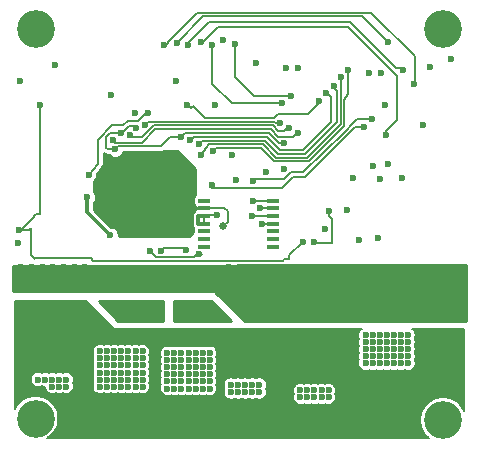
<source format=gbl>
G04 #@! TF.GenerationSoftware,KiCad,Pcbnew,(5.1.2-1)-1*
G04 #@! TF.CreationDate,2019-08-23T13:21:54-04:00*
G04 #@! TF.ProjectId,PCB_V1.2,5043425f-5631-42e3-922e-6b696361645f,rev?*
G04 #@! TF.SameCoordinates,Original*
G04 #@! TF.FileFunction,Copper,L4,Bot*
G04 #@! TF.FilePolarity,Positive*
%FSLAX46Y46*%
G04 Gerber Fmt 4.6, Leading zero omitted, Abs format (unit mm)*
G04 Created by KiCad (PCBNEW (5.1.2-1)-1) date 2019-08-23 13:21:54*
%MOMM*%
%LPD*%
G04 APERTURE LIST*
%ADD10C,0.500000*%
%ADD11R,0.990600X0.304800*%
%ADD12C,0.600000*%
%ADD13C,0.650000*%
%ADD14C,3.200000*%
%ADD15C,0.160000*%
%ADD16C,0.250000*%
%ADD17C,0.304800*%
%ADD18C,0.152400*%
%ADD19C,0.254000*%
G04 APERTURE END LIST*
D10*
X166512673Y-115778600D03*
X167219780Y-115071493D03*
X167926886Y-114364386D03*
X168633993Y-113657280D03*
X169341100Y-112950173D03*
X167219780Y-116485707D03*
X167926886Y-115778600D03*
X168633993Y-115071493D03*
X169341100Y-114364386D03*
X170048207Y-113657280D03*
X167926886Y-117192814D03*
X168633993Y-116485707D03*
X169341100Y-115778600D03*
X170048207Y-115071493D03*
X170755314Y-114364386D03*
X168633993Y-117899920D03*
X169341100Y-117192814D03*
X170048207Y-116485707D03*
X170755314Y-115778600D03*
X171462420Y-115071493D03*
X169341100Y-118607027D03*
X170048207Y-117899920D03*
X170755314Y-117192814D03*
X171462420Y-116485707D03*
X172169527Y-115778600D03*
D11*
X173782200Y-116828600D03*
X173782200Y-117478600D03*
X173782200Y-118128600D03*
X173782200Y-118778600D03*
X173782200Y-119428600D03*
X173782200Y-120078600D03*
X173782200Y-120728600D03*
X179617800Y-120728600D03*
X179617800Y-120078600D03*
X179617800Y-119428600D03*
X179617800Y-118778600D03*
X179617800Y-118128600D03*
X179617800Y-117478600D03*
X179617800Y-116828600D03*
D12*
X193126100Y-122653600D03*
X193726100Y-122653600D03*
X194326100Y-122653600D03*
D13*
X175401100Y-118938600D03*
D12*
X175401100Y-103225000D03*
X161161100Y-105338600D03*
X172431100Y-123228600D03*
X173031100Y-123228600D03*
X173631100Y-123228600D03*
X174231100Y-123228600D03*
X172431100Y-123828600D03*
X174231100Y-123828600D03*
X175871100Y-122478600D03*
X188576100Y-125303600D03*
X189176100Y-125303600D03*
X189776100Y-125303600D03*
X190376100Y-125303600D03*
X188500000Y-119975000D03*
X188041100Y-113918600D03*
X186371100Y-114878600D03*
X183961100Y-119218600D03*
X181721100Y-105578600D03*
X188771100Y-106028600D03*
X192925000Y-105500000D03*
X189061100Y-108728600D03*
X190521100Y-114898600D03*
X192321100Y-110398600D03*
X180521100Y-114128600D03*
X176461100Y-115088600D03*
X171400000Y-106650000D03*
X165901100Y-107868600D03*
X158149320Y-106683120D03*
X158033340Y-120421080D03*
X167611100Y-123828600D03*
X190976100Y-125303600D03*
X185471100Y-123978600D03*
X184571100Y-123978600D03*
X183671100Y-123978600D03*
X182771100Y-123978600D03*
X181871100Y-123978600D03*
X185471100Y-122478600D03*
X184571100Y-122478600D03*
X183671100Y-122478600D03*
X182771100Y-122478600D03*
X181871100Y-122478600D03*
X179471100Y-123978600D03*
X178571100Y-123978600D03*
X177671100Y-123978600D03*
X176771100Y-123978600D03*
X179471100Y-122478600D03*
X178571100Y-122478600D03*
X177671100Y-122478600D03*
X176771100Y-122478600D03*
X175871100Y-123978600D03*
X163701100Y-123978600D03*
X162801100Y-123978600D03*
X161901100Y-123978600D03*
X161001100Y-123978600D03*
X160101100Y-123978600D03*
X159201100Y-123978600D03*
X158301100Y-123978600D03*
X163701100Y-122478600D03*
X162801100Y-122478600D03*
X161901100Y-122478600D03*
X161001100Y-122478600D03*
X160101100Y-122478600D03*
X159201100Y-122478600D03*
X188576100Y-126503600D03*
X189176100Y-126503600D03*
X189776100Y-126503600D03*
X190376100Y-126503600D03*
X190976100Y-126503600D03*
X190976100Y-125903600D03*
X190376100Y-125903600D03*
X189776100Y-125903600D03*
X189176100Y-125903600D03*
X188576100Y-125903600D03*
X158301100Y-122478600D03*
X169411100Y-122628600D03*
X168811100Y-122628600D03*
X168211100Y-122628600D03*
X167611100Y-122628600D03*
X167611100Y-123228600D03*
X168211100Y-123228600D03*
X168811100Y-123228600D03*
X169411100Y-123228600D03*
X169411100Y-123828600D03*
X174231100Y-122628600D03*
X173631100Y-122628600D03*
X173031100Y-122628600D03*
X172431100Y-122628600D03*
X169175000Y-121050000D03*
X173350000Y-121375000D03*
X183551100Y-128978600D03*
X182951100Y-131378600D03*
X182951100Y-130778600D03*
X182951100Y-130178600D03*
X182951100Y-129578600D03*
X182951100Y-128978600D03*
X182351100Y-131378600D03*
X182351100Y-130778600D03*
X182351100Y-130178600D03*
X182351100Y-129578600D03*
X182351100Y-128978600D03*
X181751100Y-131378600D03*
X181751100Y-130778600D03*
X181751100Y-130178600D03*
X181751100Y-129578600D03*
X181751100Y-128978600D03*
X185351100Y-131378600D03*
X185351100Y-130778600D03*
X185351100Y-130178600D03*
X185351100Y-129578600D03*
X169000000Y-109400000D03*
X163991100Y-114628600D03*
X185351100Y-128978600D03*
X194286100Y-130278600D03*
X193686100Y-130278600D03*
X193086100Y-130278600D03*
X163151100Y-127478600D03*
X162551100Y-127478600D03*
X161951100Y-127478600D03*
X161351100Y-127478600D03*
X160751100Y-127478600D03*
X160151100Y-127478600D03*
X159551100Y-127478600D03*
X179811100Y-127928600D03*
X179211100Y-127928600D03*
X178611100Y-127928600D03*
X178011100Y-127928600D03*
X177411100Y-127928600D03*
X176811100Y-127928600D03*
X176211100Y-127928600D03*
X185351100Y-128378600D03*
X184751100Y-128378600D03*
X184151100Y-128378600D03*
X183551100Y-128378600D03*
X182951100Y-128378600D03*
X182351100Y-128378600D03*
X181751100Y-128378600D03*
X163881100Y-116538600D03*
X165801100Y-119738600D03*
X163151100Y-130478600D03*
X163151100Y-129878600D03*
X163151100Y-129278600D03*
X163151100Y-128678600D03*
X163151100Y-128078600D03*
X162551100Y-130478600D03*
X162551100Y-129878600D03*
X162551100Y-129278600D03*
X162551100Y-128678600D03*
X162551100Y-128078600D03*
X161951100Y-130478600D03*
X161951100Y-129878600D03*
X161951100Y-129278600D03*
X161951100Y-128678600D03*
X161951100Y-128078600D03*
X161351100Y-130478600D03*
X161351100Y-129878600D03*
X161351100Y-129278600D03*
X161351100Y-128678600D03*
X161351100Y-128078600D03*
X160751100Y-130478600D03*
X160751100Y-129878600D03*
X160751100Y-129278600D03*
X160751100Y-128678600D03*
X160751100Y-128078600D03*
X160151100Y-130478600D03*
X160151100Y-129878600D03*
X160151100Y-129278600D03*
X160151100Y-128678600D03*
X160151100Y-128078600D03*
X159551100Y-130478600D03*
X159551100Y-129878600D03*
X159551100Y-129278600D03*
X159551100Y-128678600D03*
X159551100Y-128078600D03*
X179811100Y-130928600D03*
X179811100Y-130328600D03*
X179811100Y-129728600D03*
X179811100Y-129128600D03*
X179811100Y-128528600D03*
X179211100Y-130928600D03*
X179211100Y-130328600D03*
X179211100Y-129728600D03*
X179211100Y-129128600D03*
X179211100Y-128528600D03*
X178611100Y-130928600D03*
X178611100Y-130328600D03*
X178611100Y-129728600D03*
X178611100Y-129128600D03*
X178611100Y-128528600D03*
X178011100Y-130928600D03*
X178011100Y-130328600D03*
X178011100Y-129728600D03*
X178011100Y-129128600D03*
X178011100Y-128528600D03*
X177411100Y-130928600D03*
X177411100Y-130328600D03*
X177411100Y-129728600D03*
X177411100Y-129128600D03*
X177411100Y-128528600D03*
X176811100Y-130928600D03*
X176811100Y-130328600D03*
X176811100Y-129728600D03*
X176811100Y-129128600D03*
X176811100Y-128528600D03*
X176211100Y-130928600D03*
X176211100Y-130328600D03*
X176211100Y-129728600D03*
X176211100Y-129128600D03*
X176211100Y-128528600D03*
X184751100Y-131378600D03*
X184751100Y-130778600D03*
X184751100Y-130178600D03*
X184751100Y-129578600D03*
X183551100Y-129578600D03*
X183551100Y-130178600D03*
X183551100Y-130778600D03*
X183551100Y-131378600D03*
X184151100Y-128978600D03*
X184151100Y-129578600D03*
X184151100Y-130178600D03*
X184151100Y-130778600D03*
X184151100Y-131378600D03*
X184751100Y-128978600D03*
D14*
X194000000Y-102300000D03*
X159500000Y-135278600D03*
D12*
X171821100Y-111428600D03*
X166691100Y-111128600D03*
X168041100Y-110678600D03*
X166241100Y-112478600D03*
X180531100Y-111978600D03*
X166091100Y-111728600D03*
X181721100Y-111128600D03*
X167491100Y-111278600D03*
X180971100Y-110678600D03*
X168791100Y-110378600D03*
X180221100Y-110228600D03*
X172581100Y-111708600D03*
X184121100Y-107678600D03*
X173321100Y-112028600D03*
X184721100Y-107078600D03*
X173471100Y-112938600D03*
X185321100Y-106318600D03*
X174511100Y-112608600D03*
X185921100Y-105718600D03*
X178121100Y-105178600D03*
X185850000Y-117600000D03*
X174881100Y-118058600D03*
X176141100Y-112978600D03*
X186851100Y-120128600D03*
X174650000Y-108750000D03*
X187721100Y-106028600D03*
X180711100Y-105588600D03*
X194711100Y-104823600D03*
X189371100Y-113678600D03*
X188621100Y-115028600D03*
X179021100Y-114428600D03*
X167951100Y-109418600D03*
X187321100Y-110578600D03*
X174400000Y-115500000D03*
X188021100Y-109928600D03*
X177911100Y-115148600D03*
X189836100Y-129403600D03*
X189836100Y-128803600D03*
X189836100Y-128203600D03*
X189236100Y-130603600D03*
X189236100Y-130003600D03*
X189236100Y-129403600D03*
X189236100Y-128803600D03*
X189236100Y-128203600D03*
X188636100Y-130603600D03*
X188636100Y-130003600D03*
X188636100Y-129403600D03*
X188636100Y-128803600D03*
X188636100Y-128203600D03*
X188036100Y-130603600D03*
X188036100Y-130003600D03*
X188036100Y-129403600D03*
X188036100Y-128803600D03*
X188036100Y-128203600D03*
X187436100Y-130603600D03*
X187436100Y-130003600D03*
X187436100Y-129403600D03*
X187436100Y-128803600D03*
X187436100Y-128203600D03*
X190436100Y-130603600D03*
X190436100Y-130003600D03*
X190436100Y-129403600D03*
X190436100Y-128803600D03*
X190436100Y-128203600D03*
X191036100Y-130603600D03*
X191036100Y-130003600D03*
X191036100Y-129403600D03*
X191036100Y-128803600D03*
X191036100Y-128203600D03*
X184311100Y-133478600D03*
X183711100Y-133478600D03*
X183111100Y-133478600D03*
X182511100Y-133478600D03*
X181911100Y-133478600D03*
X181911100Y-132878600D03*
X182511100Y-132878600D03*
X183111100Y-132878600D03*
X183711100Y-132878600D03*
X184311100Y-132878600D03*
X189836100Y-130603600D03*
X189836100Y-130003600D03*
X178451100Y-133028600D03*
X177851100Y-133028600D03*
X177251100Y-133028600D03*
X176651100Y-133028600D03*
X176051100Y-133028600D03*
X178451100Y-132428600D03*
X177851100Y-132428600D03*
X177251100Y-132428600D03*
X176651100Y-132428600D03*
X176051100Y-132428600D03*
X174251100Y-132728600D03*
X173651100Y-132728600D03*
X173051100Y-132728600D03*
X172451100Y-132728600D03*
X171851100Y-132728600D03*
X171251100Y-132728600D03*
X170651100Y-132728600D03*
X174251100Y-129728600D03*
X174251100Y-130328600D03*
X174251100Y-130928600D03*
X174251100Y-131528600D03*
X174251100Y-132128600D03*
X173651100Y-129728600D03*
X173651100Y-130328600D03*
X173651100Y-130928600D03*
X173651100Y-131528600D03*
X173651100Y-132128600D03*
X173051100Y-129728600D03*
X173051100Y-130328600D03*
X173051100Y-130928600D03*
X173051100Y-131528600D03*
X173051100Y-132128600D03*
X172451100Y-129728600D03*
X172451100Y-130328600D03*
X172451100Y-130928600D03*
X172451100Y-131528600D03*
X172451100Y-132128600D03*
X171851100Y-129728600D03*
X171851100Y-130328600D03*
X171851100Y-130928600D03*
X171851100Y-131528600D03*
X171851100Y-132128600D03*
X171251100Y-129728600D03*
X171251100Y-130328600D03*
X171251100Y-130928600D03*
X171251100Y-131528600D03*
X171251100Y-132128600D03*
X170651100Y-129728600D03*
X170651100Y-130328600D03*
X170651100Y-130928600D03*
X170651100Y-131528600D03*
X170651100Y-132128600D03*
X172151100Y-126278600D03*
X172751100Y-126278600D03*
X173351100Y-126278600D03*
X173951100Y-126278600D03*
X174551100Y-126278600D03*
X174551100Y-126878600D03*
X173951100Y-126878600D03*
X173351100Y-126878600D03*
X172751100Y-126878600D03*
X172151100Y-126878600D03*
X172221100Y-120958600D03*
X170125000Y-121050000D03*
X167051100Y-126278600D03*
X167651100Y-126278600D03*
X168251100Y-126278600D03*
X168851100Y-126278600D03*
X169451100Y-126278600D03*
X169451100Y-126878600D03*
X168851100Y-126878600D03*
X168251100Y-126878600D03*
X167651100Y-126878600D03*
X167051100Y-126878600D03*
X160901100Y-132568600D03*
X161501100Y-132568600D03*
X162101100Y-132568600D03*
X162101100Y-131968600D03*
X161501100Y-131968600D03*
X160901100Y-131968600D03*
X160301100Y-131968600D03*
X159701100Y-131968600D03*
X168561100Y-132578600D03*
X167961100Y-132578600D03*
X167361100Y-132578600D03*
X166761100Y-132578600D03*
X166161100Y-132578600D03*
X165561100Y-132578600D03*
X164961100Y-132578600D03*
X167961100Y-129578600D03*
X167961100Y-130178600D03*
X167961100Y-130778600D03*
X167961100Y-131378600D03*
X167961100Y-131978600D03*
X167361100Y-129578600D03*
X167361100Y-130178600D03*
X167361100Y-130778600D03*
X167361100Y-131378600D03*
X167361100Y-131978600D03*
X166761100Y-129578600D03*
X166761100Y-130178600D03*
X166761100Y-130778600D03*
X166761100Y-131378600D03*
X166761100Y-131978600D03*
X166161100Y-129578600D03*
X166161100Y-130178600D03*
X166161100Y-130778600D03*
X166161100Y-131378600D03*
X166161100Y-131978600D03*
X165561100Y-129578600D03*
X165561100Y-130178600D03*
X165561100Y-130778600D03*
X165561100Y-131378600D03*
X165561100Y-131978600D03*
X164961100Y-129578600D03*
X164961100Y-130178600D03*
X164961100Y-130778600D03*
X164961100Y-131378600D03*
X164961100Y-131978600D03*
X168561100Y-129578600D03*
X168561100Y-130178600D03*
X168561100Y-130778600D03*
X168561100Y-131378600D03*
X168561100Y-131978600D03*
X158132600Y-119280320D03*
X159881100Y-108698600D03*
X182100000Y-120300000D03*
X183060000Y-120300000D03*
X184361100Y-117658600D03*
X176350000Y-103600000D03*
X181121100Y-107978600D03*
X178475000Y-117425000D03*
X178675000Y-118775000D03*
X177891100Y-116838600D03*
X177825000Y-118125000D03*
X180351100Y-108578600D03*
X174400000Y-103650000D03*
X189321100Y-103418600D03*
X171431100Y-103468600D03*
X190571100Y-105728600D03*
X172400000Y-103650000D03*
X173481100Y-103375000D03*
X189161100Y-111258600D03*
D14*
X194000000Y-135400000D03*
D12*
X170400000Y-103650000D03*
X191560000Y-106945000D03*
X172350000Y-108700000D03*
X183511100Y-108408600D03*
D14*
X159500000Y-102300000D03*
D15*
X165851100Y-122378600D02*
X165551100Y-122828600D01*
D16*
X170941100Y-117478600D02*
X170891100Y-117428600D01*
X173283300Y-117478600D02*
X170941100Y-117478600D01*
D15*
X175750000Y-118589700D02*
X175401100Y-118938600D01*
X173782200Y-117478600D02*
X174437500Y-117478600D01*
X175750000Y-117725000D02*
X175750000Y-118589700D01*
X174437500Y-117478600D02*
X174491100Y-117425000D01*
X175450000Y-117425000D02*
X175750000Y-117725000D01*
X174491100Y-117425000D02*
X175450000Y-117425000D01*
X169719991Y-121594991D02*
X169474999Y-121349999D01*
X169474999Y-121349999D02*
X169175000Y-121050000D01*
X172930745Y-121594991D02*
X169719991Y-121594991D01*
X173150736Y-121375000D02*
X172930745Y-121594991D01*
X173575000Y-121375000D02*
X173150736Y-121375000D01*
X164741100Y-111678600D02*
X164741100Y-113678600D01*
X164741100Y-113678600D02*
X163991100Y-114628600D01*
X168941100Y-109328600D02*
X168191100Y-110078600D01*
X168191100Y-110078600D02*
X167291100Y-110078600D01*
X167291100Y-110078600D02*
X166911100Y-110458600D01*
X166911100Y-110458600D02*
X165961100Y-110458600D01*
X165961100Y-110458600D02*
X164741100Y-111678600D01*
D17*
X163881100Y-116538600D02*
X163881100Y-117818600D01*
X163881100Y-117818600D02*
X165801100Y-119738600D01*
D15*
X168041100Y-110678600D02*
X167891100Y-110528600D01*
X167891100Y-110528600D02*
X167441100Y-110528600D01*
X167441100Y-110528600D02*
X166841100Y-111128600D01*
X166841100Y-111128600D02*
X166691100Y-111128600D01*
X165491100Y-112328600D02*
X165641100Y-112478600D01*
X165641100Y-112478600D02*
X166241100Y-112478600D01*
X171821100Y-111428600D02*
X172151100Y-111098600D01*
X172151100Y-111098600D02*
X179241100Y-111098600D01*
X179241100Y-111098600D02*
X180121100Y-111978600D01*
X180121100Y-111978600D02*
X180531100Y-111978600D01*
X166691100Y-111128600D02*
X166661100Y-111098600D01*
X166661100Y-111098600D02*
X165801100Y-111098600D01*
X165801100Y-111098600D02*
X165491100Y-111408600D01*
X165491100Y-111408600D02*
X165491100Y-112328600D01*
X166241100Y-112478600D02*
X166501100Y-112218600D01*
X166501100Y-112218600D02*
X170121100Y-112218600D01*
X170121100Y-112218600D02*
X170911100Y-111428600D01*
X170911100Y-111428600D02*
X171821100Y-111428600D01*
X166091100Y-111728600D02*
X166261100Y-111898600D01*
X166261100Y-111898600D02*
X168521100Y-111898600D01*
X168521100Y-111898600D02*
X169641100Y-110778600D01*
X169641100Y-110778600D02*
X179401100Y-110778600D01*
X179401100Y-110778600D02*
X180041100Y-111418600D01*
X180041100Y-111418600D02*
X181321100Y-111418600D01*
X181321100Y-111418600D02*
X181611100Y-111128600D01*
X181611100Y-111128600D02*
X181721100Y-111128600D01*
X167491100Y-111278600D02*
X167581100Y-111418600D01*
X167581100Y-111418600D02*
X168521100Y-111418600D01*
X168521100Y-111418600D02*
X169481100Y-110458600D01*
X169481100Y-110458600D02*
X179561100Y-110458600D01*
X179561100Y-110458600D02*
X180041100Y-110938600D01*
X180041100Y-110938600D02*
X180521100Y-110938600D01*
X180521100Y-110938600D02*
X180781100Y-110678600D01*
X180781100Y-110678600D02*
X180971100Y-110678600D01*
X168791100Y-110378600D02*
X169031100Y-110138600D01*
X169031100Y-110138600D02*
X179721100Y-110138600D01*
X179721100Y-110138600D02*
X179811100Y-110228600D01*
X179811100Y-110228600D02*
X180221100Y-110228600D01*
X172581100Y-111708600D02*
X172871100Y-111418600D01*
X172871100Y-111418600D02*
X179081100Y-111418600D01*
X179081100Y-111418600D02*
X180201100Y-112538600D01*
X180201100Y-112538600D02*
X182121100Y-112538600D01*
X182121100Y-112538600D02*
X184521100Y-110138600D01*
X184521100Y-110138600D02*
X184521100Y-108058600D01*
X184521100Y-108058600D02*
X184141100Y-107678600D01*
X184141100Y-107678600D02*
X184121100Y-107678600D01*
X173321100Y-112028600D02*
X173611100Y-111738600D01*
X173611100Y-111738600D02*
X178921100Y-111738600D01*
X178921100Y-111738600D02*
X180041100Y-112858600D01*
X180041100Y-112858600D02*
X182281100Y-112858600D01*
X182281100Y-112858600D02*
X185001100Y-110138600D01*
X185001100Y-110138600D02*
X185001100Y-107578600D01*
X185001100Y-107578600D02*
X184721100Y-107298600D01*
X184721100Y-107298600D02*
X184721100Y-107078600D01*
X185321100Y-106318600D02*
X185321100Y-110298600D01*
X185321100Y-110298600D02*
X182441100Y-113178600D01*
X182441100Y-113178600D02*
X179881100Y-113178600D01*
X179881100Y-113178600D02*
X178761100Y-112058600D01*
X178761100Y-112058600D02*
X174191100Y-112058600D01*
X174191100Y-112058600D02*
X173471100Y-112938600D01*
X185641100Y-110508600D02*
X185641100Y-108258600D01*
X185641100Y-108258600D02*
X185921100Y-107828600D01*
X185921100Y-107828600D02*
X185921100Y-105718600D01*
X174741100Y-112378600D02*
X178601100Y-112378600D01*
X178601100Y-112378600D02*
X179721100Y-113498600D01*
X179721100Y-113498600D02*
X182651100Y-113498600D01*
X182651100Y-113498600D02*
X185641100Y-110508600D01*
X174741100Y-112378600D02*
X174511100Y-112608600D01*
D18*
X174881100Y-118058600D02*
X173353300Y-118058600D01*
X173353300Y-118058600D02*
X173283300Y-118128600D01*
D17*
X173283300Y-118128600D02*
X173283300Y-118778600D01*
D15*
X173782200Y-118778600D02*
X173782200Y-118128600D01*
X180361100Y-115738600D02*
X181321100Y-114778600D01*
X181321100Y-114778600D02*
X182321100Y-114778600D01*
X182321100Y-114778600D02*
X186521100Y-110578600D01*
X186521100Y-110578600D02*
X187321100Y-110578600D01*
X174638600Y-115738600D02*
X174400000Y-115500000D01*
X180361100Y-115738600D02*
X174638600Y-115738600D01*
X174638600Y-115738600D02*
X174441100Y-115738600D01*
X180521100Y-115028600D02*
X181081100Y-114428600D01*
X181081100Y-114428600D02*
X182171100Y-114428600D01*
X182171100Y-114428600D02*
X185671100Y-110978600D01*
X185671100Y-110978600D02*
X186371100Y-110228600D01*
X186371100Y-110228600D02*
X186671100Y-109928600D01*
X186671100Y-109928600D02*
X188021100Y-109928600D01*
X180521100Y-115028600D02*
X178031100Y-115028600D01*
X178031100Y-115028600D02*
X177911100Y-115148600D01*
X170321100Y-120858600D02*
X172121100Y-120858600D01*
X172121100Y-120858600D02*
X172221100Y-120958600D01*
X170321100Y-120858600D02*
X169981100Y-121198600D01*
X159881100Y-108698600D02*
X159881100Y-117978600D01*
X159545820Y-117978600D02*
X159388340Y-118136080D01*
X159881100Y-117978600D02*
X159545820Y-117978600D01*
X159388340Y-118174580D02*
X158357600Y-119205320D01*
X159388340Y-118136080D02*
X159388340Y-118174580D01*
X159075000Y-121450000D02*
X159075000Y-119150000D01*
X159075000Y-119150000D02*
X158944680Y-119280320D01*
X159425000Y-121800000D02*
X159075000Y-121450000D01*
X158944680Y-119280320D02*
X158132600Y-119280320D01*
X180937998Y-121462002D02*
X180937998Y-121800000D01*
X182100000Y-120300000D02*
X180937998Y-121462002D01*
X180937998Y-121800000D02*
X180550000Y-121800000D01*
X180442599Y-121907401D02*
X164382401Y-121907401D01*
X180550000Y-121800000D02*
X180442599Y-121907401D01*
X164382401Y-121907401D02*
X164175000Y-121700000D01*
X159325000Y-121700000D02*
X159075000Y-121450000D01*
X164175000Y-121700000D02*
X159325000Y-121700000D01*
X183100000Y-120375000D02*
X184625000Y-120375000D01*
X184361100Y-118082864D02*
X184361100Y-117658600D01*
X184625000Y-118346764D02*
X184361100Y-118082864D01*
X184625000Y-120375000D02*
X184625000Y-118346764D01*
X176350000Y-106326560D02*
X176350000Y-103600000D01*
X178002040Y-107978600D02*
X176350000Y-106326560D01*
X181121100Y-107978600D02*
X178002040Y-107978600D01*
X178528600Y-117478600D02*
X178475000Y-117425000D01*
X179617800Y-117478600D02*
X178528600Y-117478600D01*
X179614200Y-118775000D02*
X179617800Y-118778600D01*
X178675000Y-118775000D02*
X179614200Y-118775000D01*
X177901100Y-116828600D02*
X177891100Y-116838600D01*
X179617800Y-116828600D02*
X177901100Y-116828600D01*
X177828600Y-118128600D02*
X177825000Y-118125000D01*
X179617800Y-118128600D02*
X177828600Y-118128600D01*
X174440880Y-106906640D02*
X174440880Y-103873880D01*
X176112840Y-108578600D02*
X174440880Y-106906640D01*
X180351100Y-108578600D02*
X176112840Y-108578600D01*
X187131100Y-101228600D02*
X173671100Y-101228600D01*
X173671100Y-101228600D02*
X171431100Y-103468600D01*
X187131100Y-101228600D02*
X189321100Y-103418600D01*
X190011100Y-105578600D02*
X190421100Y-105578600D01*
X190421100Y-105578600D02*
X190571100Y-105728600D01*
X186091100Y-101658600D02*
X174221100Y-101658600D01*
X174221100Y-101658600D02*
X172371100Y-103508600D01*
X186091100Y-101658600D02*
X190011100Y-105578600D01*
X172382864Y-103508600D02*
X172371100Y-103508600D01*
X172425000Y-103550736D02*
X172382864Y-103508600D01*
X189161100Y-111258600D02*
X189161100Y-110938600D01*
X189161100Y-110938600D02*
X190121100Y-109978600D01*
X190121100Y-109978600D02*
X190121100Y-106298600D01*
X190121100Y-106298600D02*
X185961100Y-102138600D01*
X185961100Y-102138600D02*
X174921100Y-102138600D01*
X174921100Y-102138600D02*
X173481100Y-103578600D01*
X170724999Y-103500001D02*
X170724999Y-103380001D01*
X170425000Y-103800000D02*
X170724999Y-103500001D01*
X173188810Y-100916190D02*
X173198810Y-100916190D01*
X170724999Y-103380001D02*
X173188810Y-100916190D01*
X173198810Y-100916190D02*
X187911190Y-100916190D01*
X187911190Y-100916190D02*
X191580000Y-104585000D01*
X191580000Y-104585000D02*
X191580000Y-106915000D01*
X191580000Y-106915000D02*
X191580000Y-105949546D01*
X179721100Y-109818600D02*
X180041100Y-109498600D01*
X180041100Y-109498600D02*
X182601100Y-109498600D01*
X182601100Y-109498600D02*
X183511100Y-108588600D01*
X183511100Y-108588600D02*
X183511100Y-108408600D01*
X179721100Y-109818600D02*
X173851100Y-109818600D01*
X173851100Y-109818600D02*
X172861100Y-108828600D01*
X172649999Y-108999999D02*
X172350000Y-108700000D01*
X172689701Y-108999999D02*
X172649999Y-108999999D01*
X172861100Y-108828600D02*
X172689701Y-108999999D01*
D19*
G36*
X195972583Y-127048024D02*
G01*
X177233550Y-127051590D01*
X174710727Y-124538622D01*
X174691451Y-124522865D01*
X174669471Y-124511172D01*
X174645633Y-124503992D01*
X174621100Y-124501600D01*
X157578100Y-124501600D01*
X157578100Y-122355424D01*
X195972583Y-122302177D01*
X195972583Y-127048024D01*
X195972583Y-127048024D01*
G37*
X195972583Y-127048024D02*
X177233550Y-127051590D01*
X174710727Y-124538622D01*
X174691451Y-124522865D01*
X174669471Y-124511172D01*
X174645633Y-124503992D01*
X174621100Y-124501600D01*
X157578100Y-124501600D01*
X157578100Y-122355424D01*
X195972583Y-122302177D01*
X195972583Y-127048024D01*
G36*
X173014100Y-114181206D02*
G01*
X173014100Y-116341486D01*
X172980094Y-116369394D01*
X172926134Y-116435144D01*
X172886039Y-116510158D01*
X172861348Y-116591552D01*
X172853011Y-116676200D01*
X172853011Y-116981000D01*
X172861348Y-117065648D01*
X172886039Y-117147042D01*
X172926134Y-117222056D01*
X172980094Y-117287806D01*
X173014100Y-117315714D01*
X173014100Y-117610074D01*
X172957166Y-117640506D01*
X172868210Y-117713510D01*
X172795206Y-117802467D01*
X172740959Y-117903956D01*
X172707554Y-118014078D01*
X172699100Y-118099909D01*
X172699100Y-118807292D01*
X172707554Y-118893123D01*
X172740959Y-119003245D01*
X172795207Y-119104734D01*
X172862727Y-119187007D01*
X172861348Y-119191552D01*
X172853011Y-119276200D01*
X172853011Y-119487083D01*
X172488494Y-119851600D01*
X166524760Y-119851600D01*
X166532900Y-119810676D01*
X166532900Y-119666524D01*
X166504777Y-119525142D01*
X166449613Y-119391963D01*
X166369526Y-119272105D01*
X166267595Y-119170174D01*
X166147737Y-119090087D01*
X166014558Y-119034923D01*
X165901023Y-119012339D01*
X164465300Y-117576617D01*
X164465300Y-116981488D01*
X164529613Y-116885237D01*
X164584777Y-116752058D01*
X164612900Y-116610676D01*
X164612900Y-116466524D01*
X164584777Y-116325142D01*
X164529613Y-116191963D01*
X164449526Y-116072105D01*
X164418100Y-116040679D01*
X164418100Y-115223416D01*
X164457595Y-115197026D01*
X164559526Y-115095095D01*
X164639613Y-114975237D01*
X164694777Y-114842058D01*
X164722900Y-114700676D01*
X164722900Y-114556524D01*
X164718306Y-114533429D01*
X165139810Y-113999525D01*
X165168705Y-113964316D01*
X165182904Y-113937751D01*
X165199159Y-113912398D01*
X165206609Y-113893404D01*
X165216229Y-113875405D01*
X165224974Y-113846577D01*
X165235969Y-113818542D01*
X165239570Y-113798459D01*
X165245494Y-113778930D01*
X165248446Y-113748956D01*
X165253762Y-113719310D01*
X165252900Y-113673795D01*
X165252900Y-112814194D01*
X165261425Y-112822719D01*
X165277452Y-112842248D01*
X165355384Y-112906205D01*
X165444295Y-112953729D01*
X165492532Y-112968361D01*
X165540769Y-112982994D01*
X165551114Y-112984013D01*
X165615962Y-112990400D01*
X165615968Y-112990400D01*
X165641099Y-112992875D01*
X165666230Y-112990400D01*
X165717979Y-112990400D01*
X165774605Y-113047026D01*
X165894463Y-113127113D01*
X166027642Y-113182277D01*
X166169024Y-113210400D01*
X166313176Y-113210400D01*
X166454558Y-113182277D01*
X166587737Y-113127113D01*
X166707595Y-113047026D01*
X166809526Y-112945095D01*
X166889613Y-112825237D01*
X166928895Y-112730400D01*
X170095969Y-112730400D01*
X170121100Y-112732875D01*
X170146231Y-112730400D01*
X170146238Y-112730400D01*
X170221430Y-112722994D01*
X170317905Y-112693729D01*
X170406816Y-112646205D01*
X170456293Y-112605600D01*
X171438494Y-112605600D01*
X173014100Y-114181206D01*
X173014100Y-114181206D01*
G37*
X173014100Y-114181206D02*
X173014100Y-116341486D01*
X172980094Y-116369394D01*
X172926134Y-116435144D01*
X172886039Y-116510158D01*
X172861348Y-116591552D01*
X172853011Y-116676200D01*
X172853011Y-116981000D01*
X172861348Y-117065648D01*
X172886039Y-117147042D01*
X172926134Y-117222056D01*
X172980094Y-117287806D01*
X173014100Y-117315714D01*
X173014100Y-117610074D01*
X172957166Y-117640506D01*
X172868210Y-117713510D01*
X172795206Y-117802467D01*
X172740959Y-117903956D01*
X172707554Y-118014078D01*
X172699100Y-118099909D01*
X172699100Y-118807292D01*
X172707554Y-118893123D01*
X172740959Y-119003245D01*
X172795207Y-119104734D01*
X172862727Y-119187007D01*
X172861348Y-119191552D01*
X172853011Y-119276200D01*
X172853011Y-119487083D01*
X172488494Y-119851600D01*
X166524760Y-119851600D01*
X166532900Y-119810676D01*
X166532900Y-119666524D01*
X166504777Y-119525142D01*
X166449613Y-119391963D01*
X166369526Y-119272105D01*
X166267595Y-119170174D01*
X166147737Y-119090087D01*
X166014558Y-119034923D01*
X165901023Y-119012339D01*
X164465300Y-117576617D01*
X164465300Y-116981488D01*
X164529613Y-116885237D01*
X164584777Y-116752058D01*
X164612900Y-116610676D01*
X164612900Y-116466524D01*
X164584777Y-116325142D01*
X164529613Y-116191963D01*
X164449526Y-116072105D01*
X164418100Y-116040679D01*
X164418100Y-115223416D01*
X164457595Y-115197026D01*
X164559526Y-115095095D01*
X164639613Y-114975237D01*
X164694777Y-114842058D01*
X164722900Y-114700676D01*
X164722900Y-114556524D01*
X164718306Y-114533429D01*
X165139810Y-113999525D01*
X165168705Y-113964316D01*
X165182904Y-113937751D01*
X165199159Y-113912398D01*
X165206609Y-113893404D01*
X165216229Y-113875405D01*
X165224974Y-113846577D01*
X165235969Y-113818542D01*
X165239570Y-113798459D01*
X165245494Y-113778930D01*
X165248446Y-113748956D01*
X165253762Y-113719310D01*
X165252900Y-113673795D01*
X165252900Y-112814194D01*
X165261425Y-112822719D01*
X165277452Y-112842248D01*
X165355384Y-112906205D01*
X165444295Y-112953729D01*
X165492532Y-112968361D01*
X165540769Y-112982994D01*
X165551114Y-112984013D01*
X165615962Y-112990400D01*
X165615968Y-112990400D01*
X165641099Y-112992875D01*
X165666230Y-112990400D01*
X165717979Y-112990400D01*
X165774605Y-113047026D01*
X165894463Y-113127113D01*
X166027642Y-113182277D01*
X166169024Y-113210400D01*
X166313176Y-113210400D01*
X166454558Y-113182277D01*
X166587737Y-113127113D01*
X166707595Y-113047026D01*
X166809526Y-112945095D01*
X166889613Y-112825237D01*
X166928895Y-112730400D01*
X170095969Y-112730400D01*
X170121100Y-112732875D01*
X170146231Y-112730400D01*
X170146238Y-112730400D01*
X170221430Y-112722994D01*
X170317905Y-112693729D01*
X170406816Y-112646205D01*
X170456293Y-112605600D01*
X171438494Y-112605600D01*
X173014100Y-114181206D01*
D15*
G36*
X166165130Y-127685761D02*
G01*
X166177357Y-127695582D01*
X166191265Y-127702829D01*
X166206320Y-127707223D01*
X166221244Y-127708600D01*
X187091782Y-127671160D01*
X187031948Y-127711140D01*
X186943640Y-127799448D01*
X186874256Y-127903288D01*
X186826464Y-128018669D01*
X186802100Y-128141156D01*
X186802100Y-128266044D01*
X186826464Y-128388531D01*
X186874127Y-128503600D01*
X186826464Y-128618669D01*
X186802100Y-128741156D01*
X186802100Y-128866044D01*
X186826464Y-128988531D01*
X186874127Y-129103600D01*
X186826464Y-129218669D01*
X186802100Y-129341156D01*
X186802100Y-129466044D01*
X186826464Y-129588531D01*
X186874127Y-129703600D01*
X186826464Y-129818669D01*
X186802100Y-129941156D01*
X186802100Y-130066044D01*
X186826464Y-130188531D01*
X186874127Y-130303600D01*
X186826464Y-130418669D01*
X186802100Y-130541156D01*
X186802100Y-130666044D01*
X186826464Y-130788531D01*
X186874256Y-130903912D01*
X186943640Y-131007752D01*
X187031948Y-131096060D01*
X187135788Y-131165444D01*
X187251169Y-131213236D01*
X187373656Y-131237600D01*
X187498544Y-131237600D01*
X187621031Y-131213236D01*
X187736100Y-131165573D01*
X187851169Y-131213236D01*
X187973656Y-131237600D01*
X188098544Y-131237600D01*
X188221031Y-131213236D01*
X188336100Y-131165573D01*
X188451169Y-131213236D01*
X188573656Y-131237600D01*
X188698544Y-131237600D01*
X188821031Y-131213236D01*
X188936100Y-131165573D01*
X189051169Y-131213236D01*
X189173656Y-131237600D01*
X189298544Y-131237600D01*
X189421031Y-131213236D01*
X189536100Y-131165573D01*
X189651169Y-131213236D01*
X189773656Y-131237600D01*
X189898544Y-131237600D01*
X190021031Y-131213236D01*
X190136100Y-131165573D01*
X190251169Y-131213236D01*
X190373656Y-131237600D01*
X190498544Y-131237600D01*
X190621031Y-131213236D01*
X190736100Y-131165573D01*
X190851169Y-131213236D01*
X190973656Y-131237600D01*
X191098544Y-131237600D01*
X191221031Y-131213236D01*
X191336412Y-131165444D01*
X191440252Y-131096060D01*
X191528560Y-131007752D01*
X191597944Y-130903912D01*
X191645736Y-130788531D01*
X191670100Y-130666044D01*
X191670100Y-130541156D01*
X191645736Y-130418669D01*
X191598073Y-130303600D01*
X191645736Y-130188531D01*
X191670100Y-130066044D01*
X191670100Y-129941156D01*
X191645736Y-129818669D01*
X191598073Y-129703600D01*
X191645736Y-129588531D01*
X191670100Y-129466044D01*
X191670100Y-129341156D01*
X191645736Y-129218669D01*
X191598073Y-129103600D01*
X191645736Y-128988531D01*
X191670100Y-128866044D01*
X191670100Y-128741156D01*
X191645736Y-128618669D01*
X191598073Y-128503600D01*
X191645736Y-128388531D01*
X191670100Y-128266044D01*
X191670100Y-128141156D01*
X191645736Y-128018669D01*
X191597944Y-127903288D01*
X191528560Y-127799448D01*
X191440252Y-127711140D01*
X191368935Y-127663488D01*
X195765584Y-127655600D01*
X195765584Y-134608710D01*
X195713889Y-134483907D01*
X195502236Y-134167147D01*
X195232853Y-133897764D01*
X194916093Y-133686111D01*
X194564127Y-133540322D01*
X194190482Y-133466000D01*
X193809518Y-133466000D01*
X193435873Y-133540322D01*
X193083907Y-133686111D01*
X192767147Y-133897764D01*
X192497764Y-134167147D01*
X192286111Y-134483907D01*
X192140322Y-134835873D01*
X192066000Y-135209518D01*
X192066000Y-135590482D01*
X192140322Y-135964127D01*
X192286111Y-136316093D01*
X192497764Y-136632853D01*
X192764525Y-136899614D01*
X160488272Y-136944261D01*
X160732853Y-136780836D01*
X161002236Y-136511453D01*
X161213889Y-136194693D01*
X161359678Y-135842727D01*
X161434000Y-135469082D01*
X161434000Y-135088118D01*
X161359678Y-134714473D01*
X161213889Y-134362507D01*
X161002236Y-134045747D01*
X160732853Y-133776364D01*
X160416093Y-133564711D01*
X160064127Y-133418922D01*
X159690482Y-133344600D01*
X159309518Y-133344600D01*
X158935873Y-133418922D01*
X158583907Y-133564711D01*
X158267147Y-133776364D01*
X157997764Y-134045747D01*
X157786111Y-134362507D01*
X157754461Y-134438917D01*
X157754461Y-131906156D01*
X159067100Y-131906156D01*
X159067100Y-132031044D01*
X159091464Y-132153531D01*
X159139256Y-132268912D01*
X159208640Y-132372752D01*
X159296948Y-132461060D01*
X159400788Y-132530444D01*
X159516169Y-132578236D01*
X159638656Y-132602600D01*
X159763544Y-132602600D01*
X159886031Y-132578236D01*
X160001100Y-132530573D01*
X160116169Y-132578236D01*
X160238656Y-132602600D01*
X160267100Y-132602600D01*
X160267100Y-132631044D01*
X160291464Y-132753531D01*
X160339256Y-132868912D01*
X160408640Y-132972752D01*
X160496948Y-133061060D01*
X160600788Y-133130444D01*
X160716169Y-133178236D01*
X160838656Y-133202600D01*
X160963544Y-133202600D01*
X161086031Y-133178236D01*
X161201100Y-133130573D01*
X161316169Y-133178236D01*
X161438656Y-133202600D01*
X161563544Y-133202600D01*
X161686031Y-133178236D01*
X161801100Y-133130573D01*
X161916169Y-133178236D01*
X162038656Y-133202600D01*
X162163544Y-133202600D01*
X162286031Y-133178236D01*
X162401412Y-133130444D01*
X162505252Y-133061060D01*
X162593560Y-132972752D01*
X162662944Y-132868912D01*
X162710736Y-132753531D01*
X162735100Y-132631044D01*
X162735100Y-132506156D01*
X162710736Y-132383669D01*
X162663073Y-132268600D01*
X162710736Y-132153531D01*
X162735100Y-132031044D01*
X162735100Y-131906156D01*
X162710736Y-131783669D01*
X162662944Y-131668288D01*
X162593560Y-131564448D01*
X162505252Y-131476140D01*
X162401412Y-131406756D01*
X162286031Y-131358964D01*
X162163544Y-131334600D01*
X162038656Y-131334600D01*
X161916169Y-131358964D01*
X161801100Y-131406627D01*
X161686031Y-131358964D01*
X161563544Y-131334600D01*
X161438656Y-131334600D01*
X161316169Y-131358964D01*
X161201100Y-131406627D01*
X161086031Y-131358964D01*
X160963544Y-131334600D01*
X160838656Y-131334600D01*
X160716169Y-131358964D01*
X160601100Y-131406627D01*
X160486031Y-131358964D01*
X160363544Y-131334600D01*
X160238656Y-131334600D01*
X160116169Y-131358964D01*
X160001100Y-131406627D01*
X159886031Y-131358964D01*
X159763544Y-131334600D01*
X159638656Y-131334600D01*
X159516169Y-131358964D01*
X159400788Y-131406756D01*
X159296948Y-131476140D01*
X159208640Y-131564448D01*
X159139256Y-131668288D01*
X159091464Y-131783669D01*
X159067100Y-131906156D01*
X157754461Y-131906156D01*
X157754461Y-129516156D01*
X164327100Y-129516156D01*
X164327100Y-129641044D01*
X164351464Y-129763531D01*
X164399127Y-129878600D01*
X164351464Y-129993669D01*
X164327100Y-130116156D01*
X164327100Y-130241044D01*
X164351464Y-130363531D01*
X164399127Y-130478600D01*
X164351464Y-130593669D01*
X164327100Y-130716156D01*
X164327100Y-130841044D01*
X164351464Y-130963531D01*
X164399127Y-131078600D01*
X164351464Y-131193669D01*
X164327100Y-131316156D01*
X164327100Y-131441044D01*
X164351464Y-131563531D01*
X164399127Y-131678600D01*
X164351464Y-131793669D01*
X164327100Y-131916156D01*
X164327100Y-132041044D01*
X164351464Y-132163531D01*
X164399127Y-132278600D01*
X164351464Y-132393669D01*
X164327100Y-132516156D01*
X164327100Y-132641044D01*
X164351464Y-132763531D01*
X164399256Y-132878912D01*
X164468640Y-132982752D01*
X164556948Y-133071060D01*
X164660788Y-133140444D01*
X164776169Y-133188236D01*
X164898656Y-133212600D01*
X165023544Y-133212600D01*
X165146031Y-133188236D01*
X165261100Y-133140573D01*
X165376169Y-133188236D01*
X165498656Y-133212600D01*
X165623544Y-133212600D01*
X165746031Y-133188236D01*
X165861100Y-133140573D01*
X165976169Y-133188236D01*
X166098656Y-133212600D01*
X166223544Y-133212600D01*
X166346031Y-133188236D01*
X166461100Y-133140573D01*
X166576169Y-133188236D01*
X166698656Y-133212600D01*
X166823544Y-133212600D01*
X166946031Y-133188236D01*
X167061100Y-133140573D01*
X167176169Y-133188236D01*
X167298656Y-133212600D01*
X167423544Y-133212600D01*
X167546031Y-133188236D01*
X167661100Y-133140573D01*
X167776169Y-133188236D01*
X167898656Y-133212600D01*
X168023544Y-133212600D01*
X168146031Y-133188236D01*
X168261100Y-133140573D01*
X168376169Y-133188236D01*
X168498656Y-133212600D01*
X168623544Y-133212600D01*
X168746031Y-133188236D01*
X168861412Y-133140444D01*
X168965252Y-133071060D01*
X169053560Y-132982752D01*
X169122944Y-132878912D01*
X169170736Y-132763531D01*
X169195100Y-132641044D01*
X169195100Y-132516156D01*
X169170736Y-132393669D01*
X169123073Y-132278600D01*
X169170736Y-132163531D01*
X169195100Y-132041044D01*
X169195100Y-131916156D01*
X169170736Y-131793669D01*
X169123073Y-131678600D01*
X169170736Y-131563531D01*
X169195100Y-131441044D01*
X169195100Y-131316156D01*
X169170736Y-131193669D01*
X169123073Y-131078600D01*
X169170736Y-130963531D01*
X169195100Y-130841044D01*
X169195100Y-130716156D01*
X169170736Y-130593669D01*
X169123073Y-130478600D01*
X169170736Y-130363531D01*
X169195100Y-130241044D01*
X169195100Y-130116156D01*
X169170736Y-129993669D01*
X169123073Y-129878600D01*
X169170736Y-129763531D01*
X169190104Y-129666156D01*
X170017100Y-129666156D01*
X170017100Y-129791044D01*
X170041464Y-129913531D01*
X170089127Y-130028600D01*
X170041464Y-130143669D01*
X170017100Y-130266156D01*
X170017100Y-130391044D01*
X170041464Y-130513531D01*
X170089127Y-130628600D01*
X170041464Y-130743669D01*
X170017100Y-130866156D01*
X170017100Y-130991044D01*
X170041464Y-131113531D01*
X170089127Y-131228600D01*
X170041464Y-131343669D01*
X170017100Y-131466156D01*
X170017100Y-131591044D01*
X170041464Y-131713531D01*
X170089127Y-131828600D01*
X170041464Y-131943669D01*
X170017100Y-132066156D01*
X170017100Y-132191044D01*
X170041464Y-132313531D01*
X170089127Y-132428600D01*
X170041464Y-132543669D01*
X170017100Y-132666156D01*
X170017100Y-132791044D01*
X170041464Y-132913531D01*
X170089256Y-133028912D01*
X170158640Y-133132752D01*
X170246948Y-133221060D01*
X170350788Y-133290444D01*
X170466169Y-133338236D01*
X170588656Y-133362600D01*
X170713544Y-133362600D01*
X170836031Y-133338236D01*
X170951100Y-133290573D01*
X171066169Y-133338236D01*
X171188656Y-133362600D01*
X171313544Y-133362600D01*
X171436031Y-133338236D01*
X171551100Y-133290573D01*
X171666169Y-133338236D01*
X171788656Y-133362600D01*
X171913544Y-133362600D01*
X172036031Y-133338236D01*
X172151100Y-133290573D01*
X172266169Y-133338236D01*
X172388656Y-133362600D01*
X172513544Y-133362600D01*
X172636031Y-133338236D01*
X172751100Y-133290573D01*
X172866169Y-133338236D01*
X172988656Y-133362600D01*
X173113544Y-133362600D01*
X173236031Y-133338236D01*
X173351100Y-133290573D01*
X173466169Y-133338236D01*
X173588656Y-133362600D01*
X173713544Y-133362600D01*
X173836031Y-133338236D01*
X173951100Y-133290573D01*
X174066169Y-133338236D01*
X174188656Y-133362600D01*
X174313544Y-133362600D01*
X174436031Y-133338236D01*
X174551412Y-133290444D01*
X174655252Y-133221060D01*
X174743560Y-133132752D01*
X174812944Y-133028912D01*
X174860736Y-132913531D01*
X174885100Y-132791044D01*
X174885100Y-132666156D01*
X174860736Y-132543669D01*
X174813073Y-132428600D01*
X174838938Y-132366156D01*
X175417100Y-132366156D01*
X175417100Y-132491044D01*
X175441464Y-132613531D01*
X175489127Y-132728600D01*
X175441464Y-132843669D01*
X175417100Y-132966156D01*
X175417100Y-133091044D01*
X175441464Y-133213531D01*
X175489256Y-133328912D01*
X175558640Y-133432752D01*
X175646948Y-133521060D01*
X175750788Y-133590444D01*
X175866169Y-133638236D01*
X175988656Y-133662600D01*
X176113544Y-133662600D01*
X176236031Y-133638236D01*
X176351100Y-133590573D01*
X176466169Y-133638236D01*
X176588656Y-133662600D01*
X176713544Y-133662600D01*
X176836031Y-133638236D01*
X176951100Y-133590573D01*
X177066169Y-133638236D01*
X177188656Y-133662600D01*
X177313544Y-133662600D01*
X177436031Y-133638236D01*
X177551100Y-133590573D01*
X177666169Y-133638236D01*
X177788656Y-133662600D01*
X177913544Y-133662600D01*
X178036031Y-133638236D01*
X178151100Y-133590573D01*
X178266169Y-133638236D01*
X178388656Y-133662600D01*
X178513544Y-133662600D01*
X178636031Y-133638236D01*
X178751412Y-133590444D01*
X178855252Y-133521060D01*
X178943560Y-133432752D01*
X179012944Y-133328912D01*
X179060736Y-133213531D01*
X179085100Y-133091044D01*
X179085100Y-132966156D01*
X179060736Y-132843669D01*
X179049340Y-132816156D01*
X181277100Y-132816156D01*
X181277100Y-132941044D01*
X181301464Y-133063531D01*
X181349127Y-133178600D01*
X181301464Y-133293669D01*
X181277100Y-133416156D01*
X181277100Y-133541044D01*
X181301464Y-133663531D01*
X181349256Y-133778912D01*
X181418640Y-133882752D01*
X181506948Y-133971060D01*
X181610788Y-134040444D01*
X181726169Y-134088236D01*
X181848656Y-134112600D01*
X181973544Y-134112600D01*
X182096031Y-134088236D01*
X182211100Y-134040573D01*
X182326169Y-134088236D01*
X182448656Y-134112600D01*
X182573544Y-134112600D01*
X182696031Y-134088236D01*
X182811100Y-134040573D01*
X182926169Y-134088236D01*
X183048656Y-134112600D01*
X183173544Y-134112600D01*
X183296031Y-134088236D01*
X183411100Y-134040573D01*
X183526169Y-134088236D01*
X183648656Y-134112600D01*
X183773544Y-134112600D01*
X183896031Y-134088236D01*
X184011100Y-134040573D01*
X184126169Y-134088236D01*
X184248656Y-134112600D01*
X184373544Y-134112600D01*
X184496031Y-134088236D01*
X184611412Y-134040444D01*
X184715252Y-133971060D01*
X184803560Y-133882752D01*
X184872944Y-133778912D01*
X184920736Y-133663531D01*
X184945100Y-133541044D01*
X184945100Y-133416156D01*
X184920736Y-133293669D01*
X184873073Y-133178600D01*
X184920736Y-133063531D01*
X184945100Y-132941044D01*
X184945100Y-132816156D01*
X184920736Y-132693669D01*
X184872944Y-132578288D01*
X184803560Y-132474448D01*
X184715252Y-132386140D01*
X184611412Y-132316756D01*
X184496031Y-132268964D01*
X184373544Y-132244600D01*
X184248656Y-132244600D01*
X184126169Y-132268964D01*
X184011100Y-132316627D01*
X183896031Y-132268964D01*
X183773544Y-132244600D01*
X183648656Y-132244600D01*
X183526169Y-132268964D01*
X183411100Y-132316627D01*
X183296031Y-132268964D01*
X183173544Y-132244600D01*
X183048656Y-132244600D01*
X182926169Y-132268964D01*
X182811100Y-132316627D01*
X182696031Y-132268964D01*
X182573544Y-132244600D01*
X182448656Y-132244600D01*
X182326169Y-132268964D01*
X182211100Y-132316627D01*
X182096031Y-132268964D01*
X181973544Y-132244600D01*
X181848656Y-132244600D01*
X181726169Y-132268964D01*
X181610788Y-132316756D01*
X181506948Y-132386140D01*
X181418640Y-132474448D01*
X181349256Y-132578288D01*
X181301464Y-132693669D01*
X181277100Y-132816156D01*
X179049340Y-132816156D01*
X179013073Y-132728600D01*
X179060736Y-132613531D01*
X179085100Y-132491044D01*
X179085100Y-132366156D01*
X179060736Y-132243669D01*
X179012944Y-132128288D01*
X178943560Y-132024448D01*
X178855252Y-131936140D01*
X178751412Y-131866756D01*
X178636031Y-131818964D01*
X178513544Y-131794600D01*
X178388656Y-131794600D01*
X178266169Y-131818964D01*
X178151100Y-131866627D01*
X178036031Y-131818964D01*
X177913544Y-131794600D01*
X177788656Y-131794600D01*
X177666169Y-131818964D01*
X177551100Y-131866627D01*
X177436031Y-131818964D01*
X177313544Y-131794600D01*
X177188656Y-131794600D01*
X177066169Y-131818964D01*
X176951100Y-131866627D01*
X176836031Y-131818964D01*
X176713544Y-131794600D01*
X176588656Y-131794600D01*
X176466169Y-131818964D01*
X176351100Y-131866627D01*
X176236031Y-131818964D01*
X176113544Y-131794600D01*
X175988656Y-131794600D01*
X175866169Y-131818964D01*
X175750788Y-131866756D01*
X175646948Y-131936140D01*
X175558640Y-132024448D01*
X175489256Y-132128288D01*
X175441464Y-132243669D01*
X175417100Y-132366156D01*
X174838938Y-132366156D01*
X174860736Y-132313531D01*
X174885100Y-132191044D01*
X174885100Y-132066156D01*
X174860736Y-131943669D01*
X174813073Y-131828600D01*
X174860736Y-131713531D01*
X174885100Y-131591044D01*
X174885100Y-131466156D01*
X174860736Y-131343669D01*
X174813073Y-131228600D01*
X174860736Y-131113531D01*
X174885100Y-130991044D01*
X174885100Y-130866156D01*
X174860736Y-130743669D01*
X174813073Y-130628600D01*
X174860736Y-130513531D01*
X174885100Y-130391044D01*
X174885100Y-130266156D01*
X174860736Y-130143669D01*
X174813073Y-130028600D01*
X174860736Y-129913531D01*
X174885100Y-129791044D01*
X174885100Y-129666156D01*
X174860736Y-129543669D01*
X174812944Y-129428288D01*
X174743560Y-129324448D01*
X174655252Y-129236140D01*
X174551412Y-129166756D01*
X174436031Y-129118964D01*
X174313544Y-129094600D01*
X174188656Y-129094600D01*
X174066169Y-129118964D01*
X173951100Y-129166627D01*
X173836031Y-129118964D01*
X173713544Y-129094600D01*
X173588656Y-129094600D01*
X173466169Y-129118964D01*
X173351100Y-129166627D01*
X173236031Y-129118964D01*
X173113544Y-129094600D01*
X172988656Y-129094600D01*
X172866169Y-129118964D01*
X172751100Y-129166627D01*
X172636031Y-129118964D01*
X172513544Y-129094600D01*
X172388656Y-129094600D01*
X172266169Y-129118964D01*
X172151100Y-129166627D01*
X172036031Y-129118964D01*
X171913544Y-129094600D01*
X171788656Y-129094600D01*
X171666169Y-129118964D01*
X171551100Y-129166627D01*
X171436031Y-129118964D01*
X171313544Y-129094600D01*
X171188656Y-129094600D01*
X171066169Y-129118964D01*
X170951100Y-129166627D01*
X170836031Y-129118964D01*
X170713544Y-129094600D01*
X170588656Y-129094600D01*
X170466169Y-129118964D01*
X170350788Y-129166756D01*
X170246948Y-129236140D01*
X170158640Y-129324448D01*
X170089256Y-129428288D01*
X170041464Y-129543669D01*
X170017100Y-129666156D01*
X169190104Y-129666156D01*
X169195100Y-129641044D01*
X169195100Y-129516156D01*
X169170736Y-129393669D01*
X169122944Y-129278288D01*
X169053560Y-129174448D01*
X168965252Y-129086140D01*
X168861412Y-129016756D01*
X168746031Y-128968964D01*
X168623544Y-128944600D01*
X168498656Y-128944600D01*
X168376169Y-128968964D01*
X168261100Y-129016627D01*
X168146031Y-128968964D01*
X168023544Y-128944600D01*
X167898656Y-128944600D01*
X167776169Y-128968964D01*
X167661100Y-129016627D01*
X167546031Y-128968964D01*
X167423544Y-128944600D01*
X167298656Y-128944600D01*
X167176169Y-128968964D01*
X167061100Y-129016627D01*
X166946031Y-128968964D01*
X166823544Y-128944600D01*
X166698656Y-128944600D01*
X166576169Y-128968964D01*
X166461100Y-129016627D01*
X166346031Y-128968964D01*
X166223544Y-128944600D01*
X166098656Y-128944600D01*
X165976169Y-128968964D01*
X165861100Y-129016627D01*
X165746031Y-128968964D01*
X165623544Y-128944600D01*
X165498656Y-128944600D01*
X165376169Y-128968964D01*
X165261100Y-129016627D01*
X165146031Y-128968964D01*
X165023544Y-128944600D01*
X164898656Y-128944600D01*
X164776169Y-128968964D01*
X164660788Y-129016756D01*
X164556948Y-129086140D01*
X164468640Y-129174448D01*
X164399256Y-129278288D01*
X164351464Y-129393669D01*
X164327100Y-129516156D01*
X157754461Y-129516156D01*
X157754461Y-125358600D01*
X163788455Y-125358600D01*
X166165130Y-127685761D01*
X166165130Y-127685761D01*
G37*
X166165130Y-127685761D02*
X166177357Y-127695582D01*
X166191265Y-127702829D01*
X166206320Y-127707223D01*
X166221244Y-127708600D01*
X187091782Y-127671160D01*
X187031948Y-127711140D01*
X186943640Y-127799448D01*
X186874256Y-127903288D01*
X186826464Y-128018669D01*
X186802100Y-128141156D01*
X186802100Y-128266044D01*
X186826464Y-128388531D01*
X186874127Y-128503600D01*
X186826464Y-128618669D01*
X186802100Y-128741156D01*
X186802100Y-128866044D01*
X186826464Y-128988531D01*
X186874127Y-129103600D01*
X186826464Y-129218669D01*
X186802100Y-129341156D01*
X186802100Y-129466044D01*
X186826464Y-129588531D01*
X186874127Y-129703600D01*
X186826464Y-129818669D01*
X186802100Y-129941156D01*
X186802100Y-130066044D01*
X186826464Y-130188531D01*
X186874127Y-130303600D01*
X186826464Y-130418669D01*
X186802100Y-130541156D01*
X186802100Y-130666044D01*
X186826464Y-130788531D01*
X186874256Y-130903912D01*
X186943640Y-131007752D01*
X187031948Y-131096060D01*
X187135788Y-131165444D01*
X187251169Y-131213236D01*
X187373656Y-131237600D01*
X187498544Y-131237600D01*
X187621031Y-131213236D01*
X187736100Y-131165573D01*
X187851169Y-131213236D01*
X187973656Y-131237600D01*
X188098544Y-131237600D01*
X188221031Y-131213236D01*
X188336100Y-131165573D01*
X188451169Y-131213236D01*
X188573656Y-131237600D01*
X188698544Y-131237600D01*
X188821031Y-131213236D01*
X188936100Y-131165573D01*
X189051169Y-131213236D01*
X189173656Y-131237600D01*
X189298544Y-131237600D01*
X189421031Y-131213236D01*
X189536100Y-131165573D01*
X189651169Y-131213236D01*
X189773656Y-131237600D01*
X189898544Y-131237600D01*
X190021031Y-131213236D01*
X190136100Y-131165573D01*
X190251169Y-131213236D01*
X190373656Y-131237600D01*
X190498544Y-131237600D01*
X190621031Y-131213236D01*
X190736100Y-131165573D01*
X190851169Y-131213236D01*
X190973656Y-131237600D01*
X191098544Y-131237600D01*
X191221031Y-131213236D01*
X191336412Y-131165444D01*
X191440252Y-131096060D01*
X191528560Y-131007752D01*
X191597944Y-130903912D01*
X191645736Y-130788531D01*
X191670100Y-130666044D01*
X191670100Y-130541156D01*
X191645736Y-130418669D01*
X191598073Y-130303600D01*
X191645736Y-130188531D01*
X191670100Y-130066044D01*
X191670100Y-129941156D01*
X191645736Y-129818669D01*
X191598073Y-129703600D01*
X191645736Y-129588531D01*
X191670100Y-129466044D01*
X191670100Y-129341156D01*
X191645736Y-129218669D01*
X191598073Y-129103600D01*
X191645736Y-128988531D01*
X191670100Y-128866044D01*
X191670100Y-128741156D01*
X191645736Y-128618669D01*
X191598073Y-128503600D01*
X191645736Y-128388531D01*
X191670100Y-128266044D01*
X191670100Y-128141156D01*
X191645736Y-128018669D01*
X191597944Y-127903288D01*
X191528560Y-127799448D01*
X191440252Y-127711140D01*
X191368935Y-127663488D01*
X195765584Y-127655600D01*
X195765584Y-134608710D01*
X195713889Y-134483907D01*
X195502236Y-134167147D01*
X195232853Y-133897764D01*
X194916093Y-133686111D01*
X194564127Y-133540322D01*
X194190482Y-133466000D01*
X193809518Y-133466000D01*
X193435873Y-133540322D01*
X193083907Y-133686111D01*
X192767147Y-133897764D01*
X192497764Y-134167147D01*
X192286111Y-134483907D01*
X192140322Y-134835873D01*
X192066000Y-135209518D01*
X192066000Y-135590482D01*
X192140322Y-135964127D01*
X192286111Y-136316093D01*
X192497764Y-136632853D01*
X192764525Y-136899614D01*
X160488272Y-136944261D01*
X160732853Y-136780836D01*
X161002236Y-136511453D01*
X161213889Y-136194693D01*
X161359678Y-135842727D01*
X161434000Y-135469082D01*
X161434000Y-135088118D01*
X161359678Y-134714473D01*
X161213889Y-134362507D01*
X161002236Y-134045747D01*
X160732853Y-133776364D01*
X160416093Y-133564711D01*
X160064127Y-133418922D01*
X159690482Y-133344600D01*
X159309518Y-133344600D01*
X158935873Y-133418922D01*
X158583907Y-133564711D01*
X158267147Y-133776364D01*
X157997764Y-134045747D01*
X157786111Y-134362507D01*
X157754461Y-134438917D01*
X157754461Y-131906156D01*
X159067100Y-131906156D01*
X159067100Y-132031044D01*
X159091464Y-132153531D01*
X159139256Y-132268912D01*
X159208640Y-132372752D01*
X159296948Y-132461060D01*
X159400788Y-132530444D01*
X159516169Y-132578236D01*
X159638656Y-132602600D01*
X159763544Y-132602600D01*
X159886031Y-132578236D01*
X160001100Y-132530573D01*
X160116169Y-132578236D01*
X160238656Y-132602600D01*
X160267100Y-132602600D01*
X160267100Y-132631044D01*
X160291464Y-132753531D01*
X160339256Y-132868912D01*
X160408640Y-132972752D01*
X160496948Y-133061060D01*
X160600788Y-133130444D01*
X160716169Y-133178236D01*
X160838656Y-133202600D01*
X160963544Y-133202600D01*
X161086031Y-133178236D01*
X161201100Y-133130573D01*
X161316169Y-133178236D01*
X161438656Y-133202600D01*
X161563544Y-133202600D01*
X161686031Y-133178236D01*
X161801100Y-133130573D01*
X161916169Y-133178236D01*
X162038656Y-133202600D01*
X162163544Y-133202600D01*
X162286031Y-133178236D01*
X162401412Y-133130444D01*
X162505252Y-133061060D01*
X162593560Y-132972752D01*
X162662944Y-132868912D01*
X162710736Y-132753531D01*
X162735100Y-132631044D01*
X162735100Y-132506156D01*
X162710736Y-132383669D01*
X162663073Y-132268600D01*
X162710736Y-132153531D01*
X162735100Y-132031044D01*
X162735100Y-131906156D01*
X162710736Y-131783669D01*
X162662944Y-131668288D01*
X162593560Y-131564448D01*
X162505252Y-131476140D01*
X162401412Y-131406756D01*
X162286031Y-131358964D01*
X162163544Y-131334600D01*
X162038656Y-131334600D01*
X161916169Y-131358964D01*
X161801100Y-131406627D01*
X161686031Y-131358964D01*
X161563544Y-131334600D01*
X161438656Y-131334600D01*
X161316169Y-131358964D01*
X161201100Y-131406627D01*
X161086031Y-131358964D01*
X160963544Y-131334600D01*
X160838656Y-131334600D01*
X160716169Y-131358964D01*
X160601100Y-131406627D01*
X160486031Y-131358964D01*
X160363544Y-131334600D01*
X160238656Y-131334600D01*
X160116169Y-131358964D01*
X160001100Y-131406627D01*
X159886031Y-131358964D01*
X159763544Y-131334600D01*
X159638656Y-131334600D01*
X159516169Y-131358964D01*
X159400788Y-131406756D01*
X159296948Y-131476140D01*
X159208640Y-131564448D01*
X159139256Y-131668288D01*
X159091464Y-131783669D01*
X159067100Y-131906156D01*
X157754461Y-131906156D01*
X157754461Y-129516156D01*
X164327100Y-129516156D01*
X164327100Y-129641044D01*
X164351464Y-129763531D01*
X164399127Y-129878600D01*
X164351464Y-129993669D01*
X164327100Y-130116156D01*
X164327100Y-130241044D01*
X164351464Y-130363531D01*
X164399127Y-130478600D01*
X164351464Y-130593669D01*
X164327100Y-130716156D01*
X164327100Y-130841044D01*
X164351464Y-130963531D01*
X164399127Y-131078600D01*
X164351464Y-131193669D01*
X164327100Y-131316156D01*
X164327100Y-131441044D01*
X164351464Y-131563531D01*
X164399127Y-131678600D01*
X164351464Y-131793669D01*
X164327100Y-131916156D01*
X164327100Y-132041044D01*
X164351464Y-132163531D01*
X164399127Y-132278600D01*
X164351464Y-132393669D01*
X164327100Y-132516156D01*
X164327100Y-132641044D01*
X164351464Y-132763531D01*
X164399256Y-132878912D01*
X164468640Y-132982752D01*
X164556948Y-133071060D01*
X164660788Y-133140444D01*
X164776169Y-133188236D01*
X164898656Y-133212600D01*
X165023544Y-133212600D01*
X165146031Y-133188236D01*
X165261100Y-133140573D01*
X165376169Y-133188236D01*
X165498656Y-133212600D01*
X165623544Y-133212600D01*
X165746031Y-133188236D01*
X165861100Y-133140573D01*
X165976169Y-133188236D01*
X166098656Y-133212600D01*
X166223544Y-133212600D01*
X166346031Y-133188236D01*
X166461100Y-133140573D01*
X166576169Y-133188236D01*
X166698656Y-133212600D01*
X166823544Y-133212600D01*
X166946031Y-133188236D01*
X167061100Y-133140573D01*
X167176169Y-133188236D01*
X167298656Y-133212600D01*
X167423544Y-133212600D01*
X167546031Y-133188236D01*
X167661100Y-133140573D01*
X167776169Y-133188236D01*
X167898656Y-133212600D01*
X168023544Y-133212600D01*
X168146031Y-133188236D01*
X168261100Y-133140573D01*
X168376169Y-133188236D01*
X168498656Y-133212600D01*
X168623544Y-133212600D01*
X168746031Y-133188236D01*
X168861412Y-133140444D01*
X168965252Y-133071060D01*
X169053560Y-132982752D01*
X169122944Y-132878912D01*
X169170736Y-132763531D01*
X169195100Y-132641044D01*
X169195100Y-132516156D01*
X169170736Y-132393669D01*
X169123073Y-132278600D01*
X169170736Y-132163531D01*
X169195100Y-132041044D01*
X169195100Y-131916156D01*
X169170736Y-131793669D01*
X169123073Y-131678600D01*
X169170736Y-131563531D01*
X169195100Y-131441044D01*
X169195100Y-131316156D01*
X169170736Y-131193669D01*
X169123073Y-131078600D01*
X169170736Y-130963531D01*
X169195100Y-130841044D01*
X169195100Y-130716156D01*
X169170736Y-130593669D01*
X169123073Y-130478600D01*
X169170736Y-130363531D01*
X169195100Y-130241044D01*
X169195100Y-130116156D01*
X169170736Y-129993669D01*
X169123073Y-129878600D01*
X169170736Y-129763531D01*
X169190104Y-129666156D01*
X170017100Y-129666156D01*
X170017100Y-129791044D01*
X170041464Y-129913531D01*
X170089127Y-130028600D01*
X170041464Y-130143669D01*
X170017100Y-130266156D01*
X170017100Y-130391044D01*
X170041464Y-130513531D01*
X170089127Y-130628600D01*
X170041464Y-130743669D01*
X170017100Y-130866156D01*
X170017100Y-130991044D01*
X170041464Y-131113531D01*
X170089127Y-131228600D01*
X170041464Y-131343669D01*
X170017100Y-131466156D01*
X170017100Y-131591044D01*
X170041464Y-131713531D01*
X170089127Y-131828600D01*
X170041464Y-131943669D01*
X170017100Y-132066156D01*
X170017100Y-132191044D01*
X170041464Y-132313531D01*
X170089127Y-132428600D01*
X170041464Y-132543669D01*
X170017100Y-132666156D01*
X170017100Y-132791044D01*
X170041464Y-132913531D01*
X170089256Y-133028912D01*
X170158640Y-133132752D01*
X170246948Y-133221060D01*
X170350788Y-133290444D01*
X170466169Y-133338236D01*
X170588656Y-133362600D01*
X170713544Y-133362600D01*
X170836031Y-133338236D01*
X170951100Y-133290573D01*
X171066169Y-133338236D01*
X171188656Y-133362600D01*
X171313544Y-133362600D01*
X171436031Y-133338236D01*
X171551100Y-133290573D01*
X171666169Y-133338236D01*
X171788656Y-133362600D01*
X171913544Y-133362600D01*
X172036031Y-133338236D01*
X172151100Y-133290573D01*
X172266169Y-133338236D01*
X172388656Y-133362600D01*
X172513544Y-133362600D01*
X172636031Y-133338236D01*
X172751100Y-133290573D01*
X172866169Y-133338236D01*
X172988656Y-133362600D01*
X173113544Y-133362600D01*
X173236031Y-133338236D01*
X173351100Y-133290573D01*
X173466169Y-133338236D01*
X173588656Y-133362600D01*
X173713544Y-133362600D01*
X173836031Y-133338236D01*
X173951100Y-133290573D01*
X174066169Y-133338236D01*
X174188656Y-133362600D01*
X174313544Y-133362600D01*
X174436031Y-133338236D01*
X174551412Y-133290444D01*
X174655252Y-133221060D01*
X174743560Y-133132752D01*
X174812944Y-133028912D01*
X174860736Y-132913531D01*
X174885100Y-132791044D01*
X174885100Y-132666156D01*
X174860736Y-132543669D01*
X174813073Y-132428600D01*
X174838938Y-132366156D01*
X175417100Y-132366156D01*
X175417100Y-132491044D01*
X175441464Y-132613531D01*
X175489127Y-132728600D01*
X175441464Y-132843669D01*
X175417100Y-132966156D01*
X175417100Y-133091044D01*
X175441464Y-133213531D01*
X175489256Y-133328912D01*
X175558640Y-133432752D01*
X175646948Y-133521060D01*
X175750788Y-133590444D01*
X175866169Y-133638236D01*
X175988656Y-133662600D01*
X176113544Y-133662600D01*
X176236031Y-133638236D01*
X176351100Y-133590573D01*
X176466169Y-133638236D01*
X176588656Y-133662600D01*
X176713544Y-133662600D01*
X176836031Y-133638236D01*
X176951100Y-133590573D01*
X177066169Y-133638236D01*
X177188656Y-133662600D01*
X177313544Y-133662600D01*
X177436031Y-133638236D01*
X177551100Y-133590573D01*
X177666169Y-133638236D01*
X177788656Y-133662600D01*
X177913544Y-133662600D01*
X178036031Y-133638236D01*
X178151100Y-133590573D01*
X178266169Y-133638236D01*
X178388656Y-133662600D01*
X178513544Y-133662600D01*
X178636031Y-133638236D01*
X178751412Y-133590444D01*
X178855252Y-133521060D01*
X178943560Y-133432752D01*
X179012944Y-133328912D01*
X179060736Y-133213531D01*
X179085100Y-133091044D01*
X179085100Y-132966156D01*
X179060736Y-132843669D01*
X179049340Y-132816156D01*
X181277100Y-132816156D01*
X181277100Y-132941044D01*
X181301464Y-133063531D01*
X181349127Y-133178600D01*
X181301464Y-133293669D01*
X181277100Y-133416156D01*
X181277100Y-133541044D01*
X181301464Y-133663531D01*
X181349256Y-133778912D01*
X181418640Y-133882752D01*
X181506948Y-133971060D01*
X181610788Y-134040444D01*
X181726169Y-134088236D01*
X181848656Y-134112600D01*
X181973544Y-134112600D01*
X182096031Y-134088236D01*
X182211100Y-134040573D01*
X182326169Y-134088236D01*
X182448656Y-134112600D01*
X182573544Y-134112600D01*
X182696031Y-134088236D01*
X182811100Y-134040573D01*
X182926169Y-134088236D01*
X183048656Y-134112600D01*
X183173544Y-134112600D01*
X183296031Y-134088236D01*
X183411100Y-134040573D01*
X183526169Y-134088236D01*
X183648656Y-134112600D01*
X183773544Y-134112600D01*
X183896031Y-134088236D01*
X184011100Y-134040573D01*
X184126169Y-134088236D01*
X184248656Y-134112600D01*
X184373544Y-134112600D01*
X184496031Y-134088236D01*
X184611412Y-134040444D01*
X184715252Y-133971060D01*
X184803560Y-133882752D01*
X184872944Y-133778912D01*
X184920736Y-133663531D01*
X184945100Y-133541044D01*
X184945100Y-133416156D01*
X184920736Y-133293669D01*
X184873073Y-133178600D01*
X184920736Y-133063531D01*
X184945100Y-132941044D01*
X184945100Y-132816156D01*
X184920736Y-132693669D01*
X184872944Y-132578288D01*
X184803560Y-132474448D01*
X184715252Y-132386140D01*
X184611412Y-132316756D01*
X184496031Y-132268964D01*
X184373544Y-132244600D01*
X184248656Y-132244600D01*
X184126169Y-132268964D01*
X184011100Y-132316627D01*
X183896031Y-132268964D01*
X183773544Y-132244600D01*
X183648656Y-132244600D01*
X183526169Y-132268964D01*
X183411100Y-132316627D01*
X183296031Y-132268964D01*
X183173544Y-132244600D01*
X183048656Y-132244600D01*
X182926169Y-132268964D01*
X182811100Y-132316627D01*
X182696031Y-132268964D01*
X182573544Y-132244600D01*
X182448656Y-132244600D01*
X182326169Y-132268964D01*
X182211100Y-132316627D01*
X182096031Y-132268964D01*
X181973544Y-132244600D01*
X181848656Y-132244600D01*
X181726169Y-132268964D01*
X181610788Y-132316756D01*
X181506948Y-132386140D01*
X181418640Y-132474448D01*
X181349256Y-132578288D01*
X181301464Y-132693669D01*
X181277100Y-132816156D01*
X179049340Y-132816156D01*
X179013073Y-132728600D01*
X179060736Y-132613531D01*
X179085100Y-132491044D01*
X179085100Y-132366156D01*
X179060736Y-132243669D01*
X179012944Y-132128288D01*
X178943560Y-132024448D01*
X178855252Y-131936140D01*
X178751412Y-131866756D01*
X178636031Y-131818964D01*
X178513544Y-131794600D01*
X178388656Y-131794600D01*
X178266169Y-131818964D01*
X178151100Y-131866627D01*
X178036031Y-131818964D01*
X177913544Y-131794600D01*
X177788656Y-131794600D01*
X177666169Y-131818964D01*
X177551100Y-131866627D01*
X177436031Y-131818964D01*
X177313544Y-131794600D01*
X177188656Y-131794600D01*
X177066169Y-131818964D01*
X176951100Y-131866627D01*
X176836031Y-131818964D01*
X176713544Y-131794600D01*
X176588656Y-131794600D01*
X176466169Y-131818964D01*
X176351100Y-131866627D01*
X176236031Y-131818964D01*
X176113544Y-131794600D01*
X175988656Y-131794600D01*
X175866169Y-131818964D01*
X175750788Y-131866756D01*
X175646948Y-131936140D01*
X175558640Y-132024448D01*
X175489256Y-132128288D01*
X175441464Y-132243669D01*
X175417100Y-132366156D01*
X174838938Y-132366156D01*
X174860736Y-132313531D01*
X174885100Y-132191044D01*
X174885100Y-132066156D01*
X174860736Y-131943669D01*
X174813073Y-131828600D01*
X174860736Y-131713531D01*
X174885100Y-131591044D01*
X174885100Y-131466156D01*
X174860736Y-131343669D01*
X174813073Y-131228600D01*
X174860736Y-131113531D01*
X174885100Y-130991044D01*
X174885100Y-130866156D01*
X174860736Y-130743669D01*
X174813073Y-130628600D01*
X174860736Y-130513531D01*
X174885100Y-130391044D01*
X174885100Y-130266156D01*
X174860736Y-130143669D01*
X174813073Y-130028600D01*
X174860736Y-129913531D01*
X174885100Y-129791044D01*
X174885100Y-129666156D01*
X174860736Y-129543669D01*
X174812944Y-129428288D01*
X174743560Y-129324448D01*
X174655252Y-129236140D01*
X174551412Y-129166756D01*
X174436031Y-129118964D01*
X174313544Y-129094600D01*
X174188656Y-129094600D01*
X174066169Y-129118964D01*
X173951100Y-129166627D01*
X173836031Y-129118964D01*
X173713544Y-129094600D01*
X173588656Y-129094600D01*
X173466169Y-129118964D01*
X173351100Y-129166627D01*
X173236031Y-129118964D01*
X173113544Y-129094600D01*
X172988656Y-129094600D01*
X172866169Y-129118964D01*
X172751100Y-129166627D01*
X172636031Y-129118964D01*
X172513544Y-129094600D01*
X172388656Y-129094600D01*
X172266169Y-129118964D01*
X172151100Y-129166627D01*
X172036031Y-129118964D01*
X171913544Y-129094600D01*
X171788656Y-129094600D01*
X171666169Y-129118964D01*
X171551100Y-129166627D01*
X171436031Y-129118964D01*
X171313544Y-129094600D01*
X171188656Y-129094600D01*
X171066169Y-129118964D01*
X170951100Y-129166627D01*
X170836031Y-129118964D01*
X170713544Y-129094600D01*
X170588656Y-129094600D01*
X170466169Y-129118964D01*
X170350788Y-129166756D01*
X170246948Y-129236140D01*
X170158640Y-129324448D01*
X170089256Y-129428288D01*
X170041464Y-129543669D01*
X170017100Y-129666156D01*
X169190104Y-129666156D01*
X169195100Y-129641044D01*
X169195100Y-129516156D01*
X169170736Y-129393669D01*
X169122944Y-129278288D01*
X169053560Y-129174448D01*
X168965252Y-129086140D01*
X168861412Y-129016756D01*
X168746031Y-128968964D01*
X168623544Y-128944600D01*
X168498656Y-128944600D01*
X168376169Y-128968964D01*
X168261100Y-129016627D01*
X168146031Y-128968964D01*
X168023544Y-128944600D01*
X167898656Y-128944600D01*
X167776169Y-128968964D01*
X167661100Y-129016627D01*
X167546031Y-128968964D01*
X167423544Y-128944600D01*
X167298656Y-128944600D01*
X167176169Y-128968964D01*
X167061100Y-129016627D01*
X166946031Y-128968964D01*
X166823544Y-128944600D01*
X166698656Y-128944600D01*
X166576169Y-128968964D01*
X166461100Y-129016627D01*
X166346031Y-128968964D01*
X166223544Y-128944600D01*
X166098656Y-128944600D01*
X165976169Y-128968964D01*
X165861100Y-129016627D01*
X165746031Y-128968964D01*
X165623544Y-128944600D01*
X165498656Y-128944600D01*
X165376169Y-128968964D01*
X165261100Y-129016627D01*
X165146031Y-128968964D01*
X165023544Y-128944600D01*
X164898656Y-128944600D01*
X164776169Y-128968964D01*
X164660788Y-129016756D01*
X164556948Y-129086140D01*
X164468640Y-129174448D01*
X164399256Y-129278288D01*
X164351464Y-129393669D01*
X164327100Y-129516156D01*
X157754461Y-129516156D01*
X157754461Y-125358600D01*
X163788455Y-125358600D01*
X166165130Y-127685761D01*
D19*
G36*
X176054494Y-126971600D02*
G01*
X171208100Y-126971600D01*
X171208100Y-125305600D01*
X174388494Y-125305600D01*
X176054494Y-126971600D01*
X176054494Y-126971600D01*
G37*
X176054494Y-126971600D02*
X171208100Y-126971600D01*
X171208100Y-125305600D01*
X174388494Y-125305600D01*
X176054494Y-126971600D01*
G36*
X170314100Y-126971600D02*
G01*
X166493706Y-126971600D01*
X164827706Y-125305600D01*
X170314100Y-125305600D01*
X170314100Y-126971600D01*
X170314100Y-126971600D01*
G37*
X170314100Y-126971600D02*
X166493706Y-126971600D01*
X164827706Y-125305600D01*
X170314100Y-125305600D01*
X170314100Y-126971600D01*
M02*

</source>
